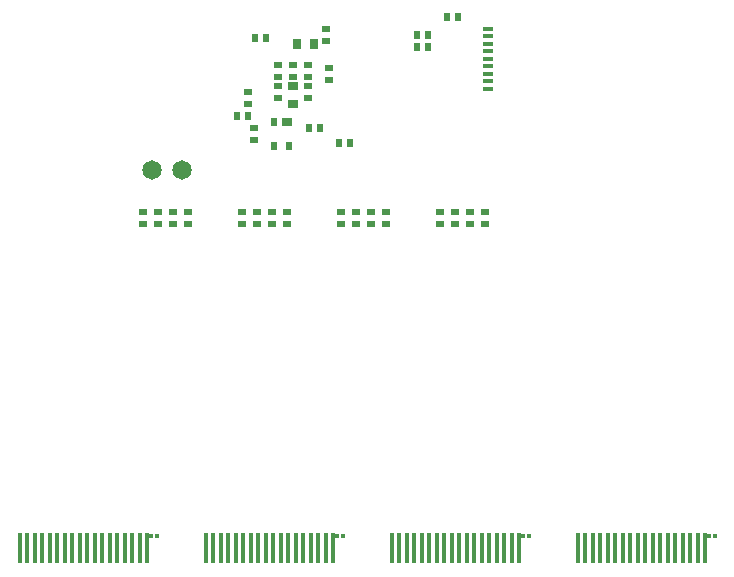
<source format=gbs>
G04 (created by PCBNEW-RS274X (2010-03-14)-final) date Thu 13 Oct 2011 08:56:15 PM EDT*
G01*
G70*
G90*
%MOIN*%
G04 Gerber Fmt 3.4, Leading zero omitted, Abs format*
%FSLAX34Y34*%
G04 APERTURE LIST*
%ADD10C,0.001000*%
%ADD11R,0.012600X0.017700*%
%ADD12R,0.025600X0.021700*%
%ADD13R,0.021700X0.025600*%
%ADD14R,0.037400X0.025600*%
%ADD15R,0.025600X0.037400*%
%ADD16C,0.065000*%
%ADD17R,0.015000X0.102000*%
%ADD18R,0.018500X0.025600*%
%ADD19R,0.033500X0.029600*%
%ADD20R,0.034000X0.015000*%
G04 APERTURE END LIST*
G54D10*
G54D11*
X22252Y-01500D03*
X22448Y-01500D03*
X34652Y-01500D03*
X34848Y-01500D03*
X40852Y-01500D03*
X41048Y-01500D03*
X28452Y-01500D03*
X28648Y-01500D03*
G54D12*
X23000Y09297D03*
X23000Y08903D03*
X23500Y09297D03*
X23500Y08903D03*
X22500Y09297D03*
X22500Y08903D03*
X22000Y09297D03*
X22000Y08903D03*
X29600Y09297D03*
X29600Y08903D03*
X30100Y09297D03*
X30100Y08903D03*
X29100Y09297D03*
X29100Y08903D03*
X28600Y09297D03*
X28600Y08903D03*
X32900Y09297D03*
X32900Y08903D03*
X33400Y09297D03*
X33400Y08903D03*
X32400Y09297D03*
X32400Y08903D03*
X31900Y09297D03*
X31900Y08903D03*
X26300Y09297D03*
X26300Y08903D03*
X26800Y09297D03*
X26800Y08903D03*
X25800Y09297D03*
X25800Y08903D03*
X25300Y09297D03*
X25300Y08903D03*
X27500Y13803D03*
X27500Y14197D03*
X27500Y13497D03*
X27500Y13103D03*
X27000Y13803D03*
X27000Y14197D03*
X28100Y15003D03*
X28100Y15397D03*
X25500Y13297D03*
X25500Y12903D03*
X25700Y11703D03*
X25700Y12097D03*
G54D13*
X28503Y11600D03*
X28897Y11600D03*
X25103Y12500D03*
X25497Y12500D03*
X27897Y12100D03*
X27503Y12100D03*
G54D12*
X28200Y13703D03*
X28200Y14097D03*
X26500Y13803D03*
X26500Y14197D03*
X26500Y13497D03*
X26500Y13103D03*
G54D14*
X27000Y12905D03*
X27000Y13495D03*
G54D15*
X27105Y14900D03*
X27695Y14900D03*
G54D16*
X22300Y10700D03*
X23300Y10700D03*
G54D17*
X17875Y-01900D03*
X18125Y-01900D03*
X18375Y-01900D03*
X18625Y-01900D03*
X18875Y-01900D03*
X19125Y-01900D03*
X19375Y-01900D03*
X19625Y-01900D03*
X19875Y-01900D03*
X20125Y-01900D03*
X20375Y-01900D03*
X20625Y-01900D03*
X20875Y-01900D03*
X21125Y-01900D03*
X21375Y-01900D03*
X21625Y-01900D03*
X21875Y-01900D03*
X22125Y-01900D03*
X30275Y-01900D03*
X30525Y-01900D03*
X30775Y-01900D03*
X31025Y-01900D03*
X31275Y-01900D03*
X31525Y-01900D03*
X31775Y-01900D03*
X32025Y-01900D03*
X32275Y-01900D03*
X32525Y-01900D03*
X32775Y-01900D03*
X33025Y-01900D03*
X33275Y-01900D03*
X33525Y-01900D03*
X33775Y-01900D03*
X34025Y-01900D03*
X34275Y-01900D03*
X34525Y-01900D03*
X36475Y-01900D03*
X36725Y-01900D03*
X36975Y-01900D03*
X37225Y-01900D03*
X37475Y-01900D03*
X37725Y-01900D03*
X37975Y-01900D03*
X38225Y-01900D03*
X38475Y-01900D03*
X38725Y-01900D03*
X38975Y-01900D03*
X39225Y-01900D03*
X39475Y-01900D03*
X39725Y-01900D03*
X39975Y-01900D03*
X40225Y-01900D03*
X40475Y-01900D03*
X40725Y-01900D03*
X24075Y-01900D03*
X24325Y-01900D03*
X24575Y-01900D03*
X24825Y-01900D03*
X25075Y-01900D03*
X25325Y-01900D03*
X25575Y-01900D03*
X25825Y-01900D03*
X26075Y-01900D03*
X26325Y-01900D03*
X26575Y-01900D03*
X26825Y-01900D03*
X27075Y-01900D03*
X27325Y-01900D03*
X27575Y-01900D03*
X27825Y-01900D03*
X28075Y-01900D03*
X28325Y-01900D03*
G54D18*
X26336Y12284D03*
G54D19*
X26789Y12284D03*
G54D18*
X26848Y11496D03*
X26336Y11496D03*
G54D13*
X31103Y15200D03*
X31497Y15200D03*
X32497Y15800D03*
X32103Y15800D03*
X31497Y14800D03*
X31103Y14800D03*
G54D20*
X33500Y15400D03*
X33500Y15150D03*
X33500Y14900D03*
X33500Y14650D03*
X33500Y14400D03*
X33500Y14150D03*
X33500Y13900D03*
X33500Y13650D03*
X33500Y13400D03*
G54D13*
X26097Y15100D03*
X25703Y15100D03*
M02*

</source>
